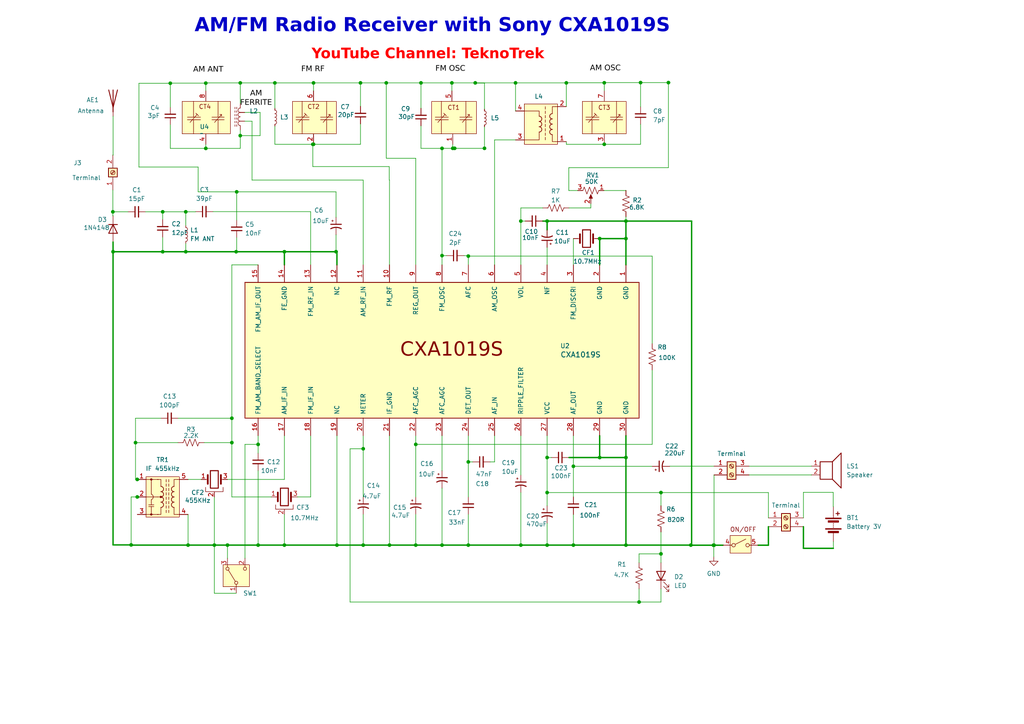
<source format=kicad_sch>
(kicad_sch (version 20231120) (generator "eeschema") (generator_version "8.0")
  (paper "A4")
  (lib_symbols
    (symbol "Add_My_Library:CXA1019S" (pin_names (offset 1.016))
      (property "Reference" "U" (at -60.452 -2.032 90))
      (property "Value" "CXA1019S" (at -60.198 6.858 90))
      (symbol "CXA1019S_1_0"
        (pin passive line (at 52.07 33.02 270) (length 5.08) (name "GND") (number "1"))
        (pin bidirectional line (at -16.51 33.02 270) (length 5.08) (name "FM_RF") (number "10"))
        (pin input line (at -24.13 33.02 270) (length 5.08) (name "AM_RF_IN") (number "11"))
        (pin free line (at -31.75 33.02 270) (length 5.08) (name "NC") (number "12"))
        (pin input line (at -39.37 33.02 270) (length 5.08) (name "FM_RF_IN") (number "13"))
        (pin free line (at -46.99 33.02 270) (length 5.08) (name "FE_GND") (number "14"))
        (pin output line (at -54.61 33.02 270) (length 5.08) (name "FM_AM_IF_OUT") (number "15"))
        (pin bidirectional line (at -54.61 -16.51 90) (length 5.08) (name "FM_AM_BAND_SELECT") (number "16"))
        (pin input line (at -46.99 -16.51 90) (length 5.08) (name "AM_IF_IN") (number "17"))
        (pin input line (at -39.37 -16.51 90) (length 5.08) (name "FM_IF_IN") (number "18"))
        (pin free line (at -31.75 -16.51 90) (length 5.08) (name "NC") (number "19"))
        (pin passive line (at 44.45 33.02 270) (length 5.08) (name "GND") (number "2"))
        (pin output line (at -24.13 -16.51 90) (length 5.08) (name "METER") (number "20"))
        (pin free line (at -16.51 -16.51 90) (length 5.08) (name "IF_GND") (number "21"))
        (pin bidirectional line (at -8.89 -16.51 90) (length 5.08) (name "AFC_AGC") (number "22"))
        (pin bidirectional line (at -1.27 -16.51 90) (length 5.08) (name "AFC_AGC") (number "23"))
        (pin output line (at 6.35 -16.51 90) (length 5.08) (name "DET_OUT") (number "24"))
        (pin input line (at 13.97 -16.51 90) (length 5.08) (name "AF_IN") (number "25"))
        (pin bidirectional line (at 21.59 -16.51 90) (length 5.08) (name "RIPPLE_FILTER") (number "26"))
        (pin passive line (at 29.21 -16.51 90) (length 5.08) (name "VCC") (number "27"))
        (pin output line (at 36.83 -16.51 90) (length 5.08) (name "AF_OUT") (number "28"))
        (pin passive line (at 44.45 -16.51 90) (length 5.08) (name "GND") (number "29"))
        (pin input line (at 36.83 33.02 270) (length 5.08) (name "FM_DISCRI") (number "3"))
        (pin passive line (at 52.07 -16.51 90) (length 5.08) (name "GND") (number "30"))
        (pin bidirectional line (at 29.21 33.02 270) (length 5.08) (name "NF") (number "4"))
        (pin bidirectional line (at 21.59 33.02 270) (length 5.08) (name "VOL") (number "5"))
        (pin bidirectional line (at 13.97 33.02 270) (length 5.08) (name "AM_OSC") (number "6"))
        (pin bidirectional line (at 6.35 33.02 270) (length 5.08) (name "AFC") (number "7"))
        (pin bidirectional line (at -1.27 33.02 270) (length 5.08) (name "FM_OSC") (number "8"))
        (pin bidirectional line (at -8.89 33.02 270) (length 5.08) (name "REG_OUT") (number "9"))
      )
      (symbol "CXA1019S_1_1"
        (text "CXA1019S" (at 1.524 8.382 0) (effects (font (size 4.064 4.064))))
      )
    )
    (symbol "Add_My_Library:L4" (pin_names hide)
      (property "Reference" "L4" (at -2.794 11.176 0))
      (property "Value" "AM OSC" (at -2.54 8.89 0))
      (symbol "L4_1_1"
        (pin passive line (at 5.08 -3.81 180) (length 2.54) (name "~") (number "1"))
        (pin passive line (at 5.08 6.35 180) (length 2.54) (name "~") (number "2"))
        (pin passive line (at -9.652 -3.302 0) (length 2.54) (name "~") (number "3"))
        (pin passive line (at -9.652 5.08 0) (length 2.54) (name "~") (number "4"))
      )
    )
    (symbol "Add_My_Library:L_Ferrite" (pin_numbers hide) (pin_names (offset 1.016) hide)
      (property "Reference" "L" (at 3.048 0.254 90))
      (property "Value" "L_Ferrite" (at 6.096 -0.508 90))
      (symbol "L_Ferrite_1_1"
        (pin passive line (at 0 3.81 270) (length 1.27) (name "1") (number "1"))
        (pin passive line (at -1.27 1.27 0) (length 1.27) (name "2") (number "2"))
        (pin passive line (at -1.27 -1.27 0) (length 1.27) (name "3") (number "3"))
        (pin passive line (at 0 -3.81 90) (length 1.27) (name "4") (number "4"))
      )
    )
    (symbol "Add_My_Library:R_Pot_Switch" (pin_names (offset 1.016) hide)
      (property "Reference" "RV" (at 0 4.445 0))
      (property "Value" "R_Pot_Switch" (at 0 2.54 0))
      (symbol "R_Pot_Switch_1_1"
        (text "ON/OFF" (at 44.196 -98.298 0) (effects (font (size 1.27 1.27))))
        (pin passive line (at 3.81 0 180) (length 1.27) (name "1") (number "1"))
        (pin passive line (at 0 -3.81 90) (length 1.27) (name "2") (number "2"))
        (pin passive line (at -3.81 0 0) (length 1.27) (name "3") (number "3"))
        (pin passive line (at 38.354 -102.87 0) (length 2.54) (name "~") (number "4"))
        (pin passive line (at 48.514 -102.87 180) (length 2.54) (name "~") (number "5"))
      )
    )
    (symbol "Add_My_Library:T1_IF_455kHz" (pin_names hide)
      (property "Reference" "TR" (at -2.794 11.176 0))
      (property "Value" "IF 455kHz" (at -2.54 8.89 0))
      (symbol "T1_IF_455kHz_1_1"
        (pin passive line (at -9.652 6.35 0) (length 2.54) (name "~") (number "1"))
        (pin passive line (at -9.652 1.27 0) (length 2.54) (name "~") (number "2"))
        (pin passive line (at -9.652 -3.81 0) (length 2.54) (name "~") (number "3"))
        (pin passive line (at 5.08 -3.81 180) (length 2.54) (name "~") (number "4"))
        (pin passive line (at 5.08 6.35 180) (length 2.54) (name "~") (number "5"))
      )
    )
    (symbol "Add_My_Library:Terminal_01x01" (pin_names (offset 1.016) hide)
      (property "Reference" "J" (at 0 2.54 0))
      (property "Value" "Terminal_01x01" (at 0 -2.54 0))
      (symbol "Terminal_01x01_1_1"
        (pin passive line (at -5.08 0 0) (length 3.81) (name "Pin_1") (number "1"))
        (pin passive line (at 5.08 0 180) (length 3.81) (name "Pin_1") (number "2"))
      )
    )
    (symbol "Add_My_Library:Terminal_1x2" (pin_names (offset 1.016) hide)
      (property "Value" "Terminal" (at 0.254 3.556 0))
      (symbol "Terminal_1x2_1_1"
        (pin passive line (at -5.08 0 0) (length 3.81) (name "~") (number "1"))
        (pin passive line (at -5.08 -2.54 0) (length 3.81) (name "~") (number "2"))
        (pin passive line (at 5.08 0 180) (length 3.81) (name "~") (number "3"))
        (pin passive line (at 5.08 -2.54 180) (length 3.81) (name "~") (number "4"))
      )
    )
    (symbol "Add_My_Library:VARYABL"
      (property "Reference" "U" (at -2.032 3.81 0))
      (symbol "VARYABL_1_0"
        (pin passive line (at 78.486 -3.048 90) (length 3) (name "~") (number "1"))
        (pin passive line (at 38.1 -3.048 90) (length 3) (name "~") (number "2"))
        (pin passive line (at 6.858 -3.048 90) (length 3) (name "~") (number "4"))
        (pin passive line (at 78.232 12.446 270) (length 3) (name "~") (number "5"))
        (pin passive line (at 38.1 12.446 270) (length 3) (name "~") (number "6"))
        (pin passive line (at 6.858 12.446 270) (length 3) (name "~") (number "8"))
        (pin power_out line (at 125.476 11.938 270) (length 2.54) hide (name "~") (number "9"))
      )
      (symbol "VARYABL_1_1"
        (text "CT1" (at 78.74 7.62 0) (effects (font (size 1.27 1.27))))
        (text "CT2" (at 38.1 7.874 0) (effects (font (size 1.27 1.27))))
        (text "CT3" (at 122.428 7.62 0) (effects (font (size 1.27 1.27))))
        (text "CT4" (at 6.604 7.874 0) (effects (font (size 1.27 1.27))))
        (pin passive line (at 122.428 -3.048 90) (length 3) (name "~") (number "3"))
        (pin passive line (at 122.428 12.446 270) (length 3) (name "~") (number "7"))
      )
    )
    (symbol "Device:Antenna" (pin_numbers hide) (pin_names (offset 1.016) hide)
      (property "Reference" "AE" (at -1.905 1.905 0))
      (property "Value" "Antenna" (at -1.905 0 0))
      (symbol "Antenna_1_1"
        (pin input line (at 0 -5.08 90) (length 2.54) (name "A") (number "1"))
      )
    )
    (symbol "Device:Battery" (pin_numbers hide) (pin_names (offset 0) hide)
      (property "Reference" "BT" (at 2.54 2.54 0))
      (property "Value" "Battery" (at 2.54 0 0))
      (symbol "Battery_1_1"
        (pin passive line (at 0 5.08 270) (length 2.54) (name "+") (number "1"))
        (pin passive line (at 0 -5.08 90) (length 2.54) (name "-") (number "2"))
      )
    )
    (symbol "Device:C_Polarized_Small_US" (pin_numbers hide) (pin_names (offset 0.254) hide)
      (property "Reference" "C" (at 0.254 1.778 0))
      (property "Value" "C_Polarized_Small_US" (at 0.254 -2.032 0))
      (symbol "C_Polarized_Small_US_1_1"
        (pin passive line (at 0 2.54 270) (length 2.032) (name "~") (number "1"))
        (pin passive line (at 0 -2.54 90) (length 2.032) (name "~") (number "2"))
      )
    )
    (symbol "Device:C_Small" (pin_numbers hide) (pin_names (offset 0.254) hide)
      (property "Reference" "C" (at 0.254 1.778 0))
      (property "Value" "C_Small" (at 0.254 -2.032 0))
      (symbol "C_Small_1_1"
        (pin passive line (at 0 2.54 270) (length 2.032) (name "~") (number "1"))
        (pin passive line (at 0 -2.54 90) (length 2.032) (name "~") (number "2"))
      )
    )
    (symbol "Device:Crystal" (pin_numbers hide) (pin_names (offset 1.016) hide)
      (property "Reference" "Y" (at 0 3.81 0))
      (property "Value" "Crystal" (at 0 -3.81 0))
      (symbol "Crystal_1_1"
        (pin passive line (at -3.81 0 0) (length 1.27) (name "1") (number "1"))
        (pin passive line (at 3.81 0 180) (length 1.27) (name "2") (number "2"))
      )
    )
    (symbol "Device:Crystal_GND2" (pin_names (offset 1.016) hide)
      (property "Reference" "Y" (at 0 5.715 0))
      (property "Value" "Crystal_GND2" (at 0 3.81 0))
      (symbol "Crystal_GND2_1_1"
        (pin passive line (at -3.81 0 0) (length 1.27) (name "1") (number "1"))
        (pin passive line (at 0 -5.08 90) (length 1.27) (name "2") (number "2"))
        (pin passive line (at 3.81 0 180) (length 1.27) (name "3") (number "3"))
      )
    )
    (symbol "Device:LED" (pin_numbers hide) (pin_names (offset 1.016) hide)
      (property "Reference" "D" (at 0 2.54 0))
      (property "Value" "LED" (at 0 -2.54 0))
      (symbol "LED_1_1"
        (pin passive line (at -3.81 0 0) (length 2.54) (name "K") (number "1"))
        (pin passive line (at 3.81 0 180) (length 2.54) (name "A") (number "2"))
      )
    )
    (symbol "Device:L_Small" (pin_numbers hide) (pin_names (offset 0.254) hide)
      (property "Reference" "L" (at 0.762 1.016 0))
      (property "Value" "L_Small" (at 0.762 -1.016 0))
      (symbol "L_Small_1_1"
        (pin passive line (at 0 2.54 270) (length 0.508) (name "~") (number "1"))
        (pin passive line (at 0 -2.54 90) (length 0.508) (name "~") (number "2"))
      )
    )
    (symbol "Device:R_US" (pin_numbers hide) (pin_names (offset 0))
      (property "Reference" "R" (at 2.54 0 90))
      (property "Value" "R_US" (at -2.54 0 90))
      (symbol "R_US_1_1"
        (pin passive line (at 0 3.81 270) (length 1.27) (name "~") (number "1"))
        (pin passive line (at 0 -3.81 90) (length 1.27) (name "~") (number "2"))
      )
    )
    (symbol "Device:Speaker" (pin_names (offset 0) hide)
      (property "Reference" "LS" (at 1.27 5.715 0))
      (property "Value" "Speaker" (at 1.27 3.81 0))
      (symbol "Speaker_1_1"
        (pin input line (at -5.08 0 0) (length 2.54) (name "1") (number "1"))
        (pin input line (at -5.08 -2.54 0) (length 2.54) (name "2") (number "2"))
      )
    )
    (symbol "Diode:1N4148" (pin_numbers hide) (pin_names hide)
      (property "Reference" "D" (at 0 2.54 0))
      (property "Value" "1N4148" (at 0 -2.54 0))
      (symbol "1N4148_1_1"
        (pin passive line (at -3.81 0 0) (length 2.54) (name "K") (number "1"))
        (pin passive line (at 3.81 0 180) (length 2.54) (name "A") (number "2"))
      )
    )
    (symbol "Switch:SW_Wuerth_450301014042" (pin_names (offset 1) hide)
      (property "Reference" "SW" (at 0 5.08 0))
      (property "Value" "SW_Wuerth_450301014042" (at 0 -5.08 0))
      (symbol "SW_Wuerth_450301014042_1_1"
        (pin passive line (at -5.08 0 0) (length 2.54) (name "B") (number "1"))
        (pin passive line (at 5.08 -2.54 180) (length 2.54) (name "C") (number "2"))
        (pin passive line (at 5.08 2.54 180) (length 2.54) (name "A") (number "3"))
      )
    )
    (symbol "Terminal_1x2_1" (pin_names (offset 1.016) hide)
      (property "Value" "Terminal" (at 0.254 3.556 0))
      (symbol "Terminal_1x2_1_1_1"
        (pin passive line (at -5.08 0 0) (length 3.81) (name "~") (number "1"))
        (pin passive line (at -5.08 -2.54 0) (length 3.81) (name "~") (number "2"))
        (pin passive line (at 5.08 0 180) (length 3.81) (name "~") (number "3"))
        (pin passive line (at 5.08 -2.54 180) (length 3.81) (name "~") (number "4"))
      )
    )
    (symbol "power:GND" (power) (pin_numbers hide) (pin_names (offset 0) hide)
      (property "Value" "GND" (at 0 -3.81 0))
      (symbol "GND_1_1"
        (pin power_in line (at 0 0 270) (length 0) (name "~") (number "1"))
      )
    )
  )
  (junction (at 149.525 24.0387))
  (junction (at 97.4646 73.0128))
  (junction (at 181.5458 158.1028))
  (junction (at 175.2609 24.007))
  (junction (at 32.7885 73.0128))
  (junction (at 166.3058 135.2428))
  (junction (at 68.4927 73.0128))
  (junction (at 74.8658 128.8928))
  (junction (at 67.2458 128.3788))
  (junction (at 158.6858 64.1228))
  (junction (at 158.6858 158.1028))
  (junction (at 128.2058 158.1028))
  (junction (at 90.9329 41.8516))
  (junction (at 137.8379 24.0387))
  (junction (at 112.0301 24.0387))
  (junction (at 173.9258 69.2028))
  (junction (at 131.3189 43.0229))
  (junction (at 38.0358 158.0474))
  (junction (at 97.7258 158.1028))
  (junction (at 53.8825 61.4341))
  (junction (at 105.3458 158.1028))
  (junction (at 69.686 39.3373))
  (junction (at 47.19 73.0128))
  (junction (at 112.9658 158.1028))
  (junction (at 59.6909 43.0428))
  (junction (at 181.5458 69.2028))
  (junction (at 54.5458 158.1028))
  (junction (at 158.6858 132.7028))
  (junction (at 65.9758 158.1028))
  (junction (at 105.3458 130.1628))
  (junction (at 207.1023 158.1305))
  (junction (at 191.7058 142.8628))
  (junction (at 39.8138 144.1328))
  (junction (at 62.1658 158.1028))
  (junction (at 181.5458 64.1228))
  (junction (at 68.6536 55.6399))
  (junction (at 200.3694 158.1028))
  (junction (at 151.0658 64.1228))
  (junction (at 74.8658 158.1028))
  (junction (at 158.6858 142.8628))
  (junction (at 191.7058 160.6428))
  (junction (at 185.7913 23.9542))
  (junction (at 128.2058 74.1401))
  (junction (at 135.8258 74.2828))
  (junction (at 131.0649 24.0387))
  (junction (at 90.9329 24.0481))
  (junction (at 79.7256 24.0481))
  (junction (at 166.3058 158.1028))
  (junction (at 181.5458 132.7028))
  (junction (at 39.8138 139.0528))
  (junction (at 82.4858 158.1028))
  (junction (at 32.7355 61.4341))
  (junction (at 90.7303 41.8516))
  (junction (at 128.2058 43.0307))
  (junction (at 185.3558 174.6128))
  (junction (at 53.8825 73.0128))
  (junction (at 120.5858 128.8928))
  (junction (at 39.3058 128.3788))
  (junction (at 82.4858 73.0128))
  (junction (at 193.8706 23.9542))
  (junction (at 151.0658 158.1028))
  (junction (at 135.8258 158.1028))
  (junction (at 67.2458 121.3059))
  (junction (at 122.0996 24.0387))
  (junction (at 131.8642 43.0229))
  (junction (at 120.5858 158.1028))
  (junction (at 207.0269 158.1305))
  (junction (at 47.19 61.4341))
  (junction (at 164.257 24.0387))
  (junction (at 135.8258 133.9728))
  (junction (at 104.5555 24.0387))
  (junction (at 49.3944 24.1509))
  (junction (at 173.9258 132.7028))
  (junction (at 59.6909 24.1116))
  (junction (at 140.5188 43.0229))
  (junction (at 206.9458 158.1305))
  (junction (at 69.686 24.0481))
  (junction (at 175.2609 41.8516))
  (wire (pts (xy 97.4646 63.0294) (xy 97.4646 55.6399)))
  (wire (pts (xy 158.6858 132.7028) (xy 158.6858 142.8628)))
  (wire (pts (xy 135.8258 74.1401) (xy 135.8258 74.2828)))
  (wire (pts (xy 189.1658 128.8928) (xy 120.5858 128.8928)))
  (wire (pts (xy 131.0649 24.0207) (xy 131.0535 24.0207)))
  (wire (pts (xy 79.7256 24.0481) (xy 90.9329 24.0481)))
  (wire (pts (xy 51.7157 121.3059) (xy 67.2458 121.3059)))
  (wire (pts (xy 164.9758 48.6278) (xy 164.9758 55.2605)))
  (wire (pts (xy 135.8258 133.9728) (xy 137.0958 133.9728)))
  (wire (pts (xy 200.5958 64.1228) (xy 200.5958 158.1028)) (stroke (width 0.4)))
  (wire (pts (xy 65.9758 139.0528) (xy 82.4858 139.0528)))
  (wire (pts (xy 97.7258 73.0128) (xy 97.4646 73.0128)) (stroke (width 0.4)))
  (wire (pts (xy 164.257 24.007) (xy 175.2609 24.007)))
  (wire (pts (xy 181.5458 69.2028) (xy 173.9258 69.2028)) (stroke (width 0.4)))
  (wire (pts (xy 49.3944 43.0428) (xy 59.6909 43.0428)))
  (wire (pts (xy 65.9758 158.1028) (xy 65.9758 161.9128)))
  (wire (pts (xy 112.0301 45.9028) (xy 112.0301 24.0387)))
  (wire (pts (xy 47.19 61.4341) (xy 53.8825 61.4341)))
  (wire (pts (xy 185.3558 174.6128) (xy 185.3558 170.8028)))
  (wire (pts (xy 38.0358 158.1028) (xy 54.5458 158.1028)) (stroke (width 0.4)))
  (wire (pts (xy 105.3458 126.3528) (xy 105.3458 130.1628)))
  (wire (pts (xy 82.4858 139.0528) (xy 82.4858 126.3528)))
  (wire (pts (xy 69.686 24.0481) (xy 79.7256 24.0481)))
  (wire (pts (xy 90.9329 26.3576) (xy 90.9329 24.0481)))
  (wire (pts (xy 166.3058 126.3528) (xy 166.3058 135.2428)))
  (wire (pts (xy 32.8032 33.7083) (xy 32.8032 44.9618)))
  (wire (pts (xy 75.443 32.6075) (xy 75.443 39.3373)))
  (wire (pts (xy 74.8658 136.5128) (xy 74.8658 158.1028)))
  (wire (pts (xy 128.2058 43.0229) (xy 131.3189 43.0229)))
  (wire (pts (xy 73.1015 35.1475) (xy 73.1015 52.2305)))
  (wire (pts (xy 137.8379 24.0818) (xy 140.5188 24.0818)))
  (wire (pts (xy 74.8658 158.1028) (xy 82.4858 158.1028)) (stroke (width 0.4)))
  (wire (pts (xy 67.2458 76.8228) (xy 67.2458 121.3059)))
  (wire (pts (xy 97.4646 73.0128) (xy 97.7258 73.0128)))
  (wire (pts (xy 152.3358 64.1228) (xy 151.0658 64.1228)))
  (wire (pts (xy 65.9758 158.1028) (xy 74.8658 158.1028)) (stroke (width 0.4)))
  (wire (pts (xy 233.0304 159.0396) (xy 241.709 159.0396)) (stroke (width 0.4)))
  (wire (pts (xy 59.6909 43.0428) (xy 59.6909 41.8516)))
  (wire (pts (xy 128.2058 141.5928) (xy 128.2058 158.1028)))
  (wire (pts (xy 68.5158 172.0728) (xy 62.1658 172.0728)))
  (wire (pts (xy 206.9458 158.1305) (xy 206.9458 158.1028)))
  (wire (pts (xy 40.2997 48.4506) (xy 40.2997 24.1509)))
  (wire (pts (xy 131.3189 43.0229) (xy 131.8642 43.0229)))
  (wire (pts (xy 149.525 24.0387) (xy 164.257 24.0387)))
  (wire (pts (xy 49.3944 36.1764) (xy 49.3944 43.0428)))
  (wire (pts (xy 131.8642 43.0229) (xy 140.5188 43.0229)))
  (wire (pts (xy 200.3694 158.1305) (xy 206.9458 158.1305)) (stroke (width 0.4)))
  (wire (pts (xy 54.5458 139.0528) (xy 58.3558 139.0528)))
  (wire (pts (xy 193.8706 23.9542) (xy 194.38 23.9542)))
  (wire (pts (xy 69.686 24.0481) (xy 69.686 30.0675)))
  (wire (pts (xy 69.686 37.6875) (xy 69.686 39.3373)))
  (wire (pts (xy 112.9658 126.3528) (xy 112.9658 158.1028)))
  (wire (pts (xy 49.3944 24.1509) (xy 49.3944 24.1116)))
  (wire (pts (xy 164.9758 48.6278) (xy 193.8706 48.6278)))
  (wire (pts (xy 70.956 32.6075) (xy 75.443 32.6075)))
  (wire (pts (xy 164.257 41.8516) (xy 164.257 41.0846)))
  (wire (pts (xy 70.956 35.1475) (xy 73.1015 35.1475)))
  (wire (pts (xy 189.1658 74.2828) (xy 135.8258 74.2828)))
  (wire (pts (xy 173.9258 126.3528) (xy 173.9258 132.7028)) (stroke (width 0.4)))
  (wire (pts (xy 134.5896 74.1401) (xy 135.8258 74.1401)))
  (wire (pts (xy 173.9258 132.7028) (xy 181.5458 132.7028)) (stroke (width 0.4)))
  (wire (pts (xy 158.6858 142.8628) (xy 158.6858 146.6728)))
  (wire (pts (xy 53.8825 73.0128) (xy 68.4927 73.0128)) (stroke (width 0.4)))
  (wire (pts (xy 233.0304 142.8036) (xy 233.0304 150.2168)))
  (wire (pts (xy 68.6536 68.9142) (xy 68.6536 72.7051)))
  (wire (pts (xy 90.9329 41.8516) (xy 104.5555 41.8516)))
  (wire (pts (xy 122.0996 31.4122) (xy 122.0996 24.0387)))
  (wire (pts (xy 39.3058 139.0528) (xy 39.8138 139.0528)))
  (wire (pts (xy 143.4458 76.8228) (xy 143.4458 40.5766)))
  (wire (pts (xy 67.2458 121.3059) (xy 67.2458 128.3788)))
  (wire (pts (xy 38.0358 144.1328) (xy 38.0358 158.0474)))
  (wire (pts (xy 164.257 41.8516) (xy 175.2609 41.8516)))
  (wire (pts (xy 56.7077 61.4341) (xy 56.7077 61.3865)))
  (wire (pts (xy 75.443 39.3373) (xy 69.686 39.3373)))
  (wire (pts (xy 140.5188 43.0229) (xy 140.5188 43.0435)))
  (wire (pts (xy 79.7256 41.8516) (xy 90.7303 41.8516)))
  (wire (pts (xy 53.8825 61.4341) (xy 53.8825 65.4684)))
  (wire (pts (xy 217.2623 135.2124) (xy 235.3347 135.2124)))
  (wire (pts (xy 122.0996 24.0387) (xy 131.0649 24.0387)))
  (wire (pts (xy 181.5458 76.8228) (xy 181.5458 69.2028)) (stroke (width 0.4)))
  (wire (pts (xy 122.0996 43.0307) (xy 128.2058 43.0307)))
  (wire (pts (xy 181.5458 69.2028) (xy 181.5458 64.1228)) (stroke (width 0.4)))
  (wire (pts (xy 42.2122 61.4341) (xy 47.19 61.4341)))
  (wire (pts (xy 57.4682 48.4506) (xy 40.2997 48.4506)))
  (wire (pts (xy 69.686 39.3373) (xy 69.686 43.0428)))
  (wire (pts (xy 112.8945 48.3126) (xy 112.8945 52.2187)))
  (wire (pts (xy 135.8258 149.2128) (xy 135.8258 158.1028)))
  (wire (pts (xy 86.2958 144.1328) (xy 90.1058 144.1328)))
  (wire (pts (xy 68.6536 55.6399) (xy 57.4682 55.6399)))
  (wire (pts (xy 67.2458 128.3788) (xy 67.2458 144.1328)))
  (wire (pts (xy 59.6909 24.0481) (xy 69.686 24.0481)))
  (wire (pts (xy 59.6909 43.0428) (xy 69.686 43.0428)))
  (wire (pts (xy 135.8258 158.1028) (xy 151.0658 158.1028)) (stroke (width 0.4)))
  (wire (pts (xy 241.6641 146.9333) (xy 241.709 146.9333)))
  (wire (pts (xy 90.9329 24.0387) (xy 104.5555 24.0387)))
  (wire (pts (xy 82.4858 73.0128) (xy 82.4858 76.8228)) (stroke (width 0.4)))
  (wire (pts (xy 166.3058 69.2028) (xy 166.3058 76.8228)))
  (wire (pts (xy 166.3058 158.1028) (xy 158.6858 158.1028)) (stroke (width 0.4)))
  (wire (pts (xy 40.5758 144.1328) (xy 39.8138 144.1328)))
  (wire (pts (xy 32.7885 73.0128) (xy 32.7885 158.0474)) (stroke (width 0.4)))
  (wire (pts (xy 68.6536 55.6399) (xy 68.6536 63.8342)))
  (wire (pts (xy 166.3058 135.2428) (xy 189.1658 135.2428)))
  (wire (pts (xy 47.19 61.4341) (xy 47.19 63.6893)))
  (wire (pts (xy 200.3694 158.1305) (xy 200.3694 158.1028)))
  (wire (pts (xy 171.3615 60.3128) (xy 171.3615 59.0705)))
  (wire (pts (xy 54.5458 149.2128) (xy 54.5458 158.1028)))
  (wire (pts (xy 122.0996 36.4922) (xy 122.0996 43.0307)))
  (wire (pts (xy 137.8379 24.0818) (xy 137.8475 24.0818)) (stroke (width 0) (type dot)))
  (wire (pts (xy 185.3558 160.6428) (xy 185.3558 163.1828)))
  (wire (pts (xy 233.0304 152.7568) (xy 233.0304 159.0396)) (stroke (width 0.4)))
  (wire (pts (xy 101.5358 130.1628) (xy 101.5358 174.6128)))
  (wire (pts (xy 104.5555 41.8516) (xy 104.5555 35.9284)))
  (wire (pts (xy 175.2609 23.9542) (xy 185.7913 23.9542)))
  (wire (pts (xy 71.0558 128.8928) (xy 71.0558 161.9128)))
  (wire (pts (xy 175.2609 26.3576) (xy 175.2609 24.007)))
  (wire (pts (xy 105.3458 130.1628) (xy 101.5358 130.1628)))
  (wire (pts (xy 135.8258 74.2828) (xy 135.8258 76.8228)))
  (wire (pts (xy 222.8704 142.8628) (xy 191.7058 142.8628)))
  (wire (pts (xy 185.7913 30.98) (xy 185.7913 23.9542)))
  (wire (pts (xy 135.8258 126.3528) (xy 135.8258 133.9728)))
  (wire (pts (xy 159.9558 132.7028) (xy 158.6858 132.7028)))
  (wire (pts (xy 128.2058 74.1401) (xy 128.2058 76.8228)))
  (wire (pts (xy 105.3458 52.2305) (xy 105.3458 76.8228)))
  (wire (pts (xy 207.1023 135.2124) (xy 194.2458 135.2124)))
  (wire (pts (xy 233.0304 142.8036) (xy 241.6641 142.8036)))
  (wire (pts (xy 207.0269 161.4997) (xy 207.0269 158.1305)))
  (wire (pts (xy 97.7258 158.1028) (xy 105.3458 158.1028)) (stroke (width 0.4)))
  (wire (pts (xy 97.7258 76.8228) (xy 97.7258 73.0128)) (stroke (width 0.4)))
  (wire (pts (xy 90.7303 41.8516) (xy 90.9329 41.8516)))
  (wire (pts (xy 47.19 68.7693) (xy 47.19 73.0128)))
  (wire (pts (xy 68.6536 72.7051) (xy 68.4927 72.7051)))
  (wire (pts (xy 39.3058 128.3788) (xy 39.3058 139.0528)))
  (wire (pts (xy 32.7885 70.2088) (xy 32.7885 73.0128)) (stroke (width 0.4)))
  (wire (pts (xy 128.2058 43.0229) (xy 128.2058 43.0307)))
  (wire (pts (xy 143.4458 133.9728) (xy 143.4458 126.3528)))
  (wire (pts (xy 90.7303 48.3126) (xy 90.7303 41.8516)))
  (wire (pts (xy 105.3458 158.1028) (xy 112.9658 158.1028)) (stroke (width 0.4)))
  (wire (pts (xy 79.7256 36.5341) (xy 79.7256 41.8516)))
  (wire (pts (xy 157.4158 64.1228) (xy 158.6858 64.1228)) (stroke (width 0.4)))
  (wire (pts (xy 151.0658 142.8628) (xy 151.0658 158.1028)))
  (wire (pts (xy 39.3058 128.3788) (xy 51.6198 128.3788)))
  (wire (pts (xy 181.5458 62.8528) (xy 181.5458 64.1228)))
  (wire (pts (xy 137.8379 24.0387) (xy 149.525 24.0387)))
  (wire (pts (xy 49.3944 24.1116) (xy 59.6909 24.1116)))
  (wire (pts (xy 32.7885 158.0474) (xy 38.0358 158.0474)) (stroke (width 0.4)))
  (wire (pts (xy 68.4927 72.7051) (xy 68.4927 73.0128)))
  (wire (pts (xy 128.2058 158.1028) (xy 135.8258 158.1028)) (stroke (width 0.4)))
  (wire (pts (xy 32.7355 62.5888) (xy 32.7885 62.5888)))
  (wire (pts (xy 73.1015 52.2305) (xy 105.3458 52.2305)))
  (wire (pts (xy 142.1758 133.9728) (xy 143.4458 133.9728)))
  (wire (pts (xy 97.4646 73.0128) (xy 82.4858 73.0128)) (stroke (width 0.4)))
  (wire (pts (xy 90.7303 48.3126) (xy 112.8945 48.3126)))
  (wire (pts (xy 173.9258 69.2028) (xy 173.9258 76.8228)) (stroke (width 0.4)))
  (wire (pts (xy 167.5515 55.2605) (xy 164.9758 55.2605)))
  (wire (pts (xy 217.2623 137.7524) (xy 235.3347 137.7524)))
  (wire (pts (xy 62.1658 144.1328) (xy 62.1658 158.1028)))
  (wire (pts (xy 143.4458 40.5766) (xy 149.525 40.5766)))
  (wire (pts (xy 90.1058 76.8228) (xy 90.1058 61.3865)))
  (wire (pts (xy 207.0269 158.1305) (xy 207.1023 158.1305)))
  (wire (pts (xy 62.1658 172.0728) (xy 62.1658 158.1028)))
  (wire (pts (xy 82.4858 158.1028) (xy 97.7258 158.1028)) (stroke (width 0.4)))
  (wire (pts (xy 128.2058 43.0307) (xy 128.2058 74.1401)))
  (wire (pts (xy 47.19 73.0128) (xy 53.8825 73.0128)) (stroke (width 0.4)))
  (wire (pts (xy 39.8138 139.0528) (xy 40.5758 139.0528)))
  (wire (pts (xy 158.6858 142.8628) (xy 191.7058 142.8628)))
  (wire (pts (xy 105.3458 130.1628) (xy 105.3458 144.1328)))
  (wire (pts (xy 191.7058 174.6128) (xy 185.3558 174.6128)))
  (wire (pts (xy 101.5358 174.6128) (xy 185.3558 174.6128)))
  (wire (pts (xy 191.7058 170.8028) (xy 191.7058 174.6128)))
  (wire (pts (xy 219.8755 158.1305) (xy 222.8704 158.1305)) (stroke (width 0.4)))
  (wire (pts (xy 175.1715 55.2605) (xy 181.5458 55.2605)))
  (wire (pts (xy 151.0658 64.1228) (xy 151.0658 76.8228)))
  (wire (pts (xy 164.257 30.9246) (xy 164.257 24.0387)))
  (wire (pts (xy 131.0649 24.0387) (xy 137.8379 24.0387)))
  (wire (pts (xy 158.6858 126.3528) (xy 158.6858 132.7028)))
  (wire (pts (xy 185.7913 23.9542) (xy 193.8706 23.9542)))
  (wire (pts (xy 181.5458 158.1028) (xy 200.3694 158.1028)) (stroke (width 0.4)))
  (wire (pts (xy 131.3189 41.8516) (xy 131.3189 43.0229)))
  (wire (pts (xy 97.7258 126.3528) (xy 97.7258 158.1028)))
  (wire (pts (xy 158.6858 64.1228) (xy 158.6858 66.6628)) (stroke (width 0.4)))
  (wire (pts (xy 200.3694 158.1028) (xy 200.5958 158.1028)))
  (wire (pts (xy 90.9329 24.0481) (xy 90.9329 24.0387)))
  (wire (pts (xy 47.19 73.0128) (xy 47.19 72.8478)) (stroke (width 0.4)))
  (wire (pts (xy 37.1322 61.4341) (xy 32.7355 61.4341)))
  (wire (pts (xy 175.2609 23.9542) (xy 175.2609 24.007)))
  (wire (pts (xy 59.6909 26.3576) (xy 59.6909 24.1116)))
  (wire (pts (xy 166.3058 135.2428) (xy 166.3058 144.1328)))
  (wire (pts (xy 191.7058 142.8628) (xy 191.7058 146.6728)))
  (wire (pts (xy 222.8704 150.2168) (xy 222.8704 142.8628)))
  (wire (pts (xy 165.0358 60.3128) (xy 171.3615 60.3128)))
  (wire (pts (xy 90.1058 61.3865) (xy 61.7877 61.3865)))
  (wire (pts (xy 241.6641 142.8036) (xy 241.6641 146.9333)))
  (wire (pts (xy 53.8825 70.5484) (xy 53.8825 73.0128)))
  (wire (pts (xy 151.0658 158.1028) (xy 158.6858 158.1028)) (stroke (width 0.4)))
  (wire (pts (xy 54.5458 158.1028) (xy 62.1658 158.1028)) (stroke (width 0.4)))
  (wire (pts (xy 40.2997 24.1509) (xy 49.3944 24.1509)))
  (wire (pts (xy 181.5458 64.1228) (xy 200.5958 64.1228)) (stroke (width 0.4)))
  (wire (pts (xy 131.8642 43.0307) (xy 131.8642 43.0229)))
  (wire (pts (xy 151.0658 126.3528) (xy 151.0658 137.7828)))
  (wire (pts (xy 194.2458 135.2124) (xy 194.2458 135.2428)))
  (wire (pts (xy 181.5458 132.7028) (xy 181.5458 158.1028)) (stroke (width 0.4)))
  (wire (pts (xy 135.8258 133.9728) (xy 135.8258 144.1328)))
  (wire (pts (xy 151.0658 60.3128) (xy 151.0658 64.1228)))
  (wire (pts (xy 207.1023 137.7524) (xy 207.1023 158.1305)))
  (wire (pts (xy 181.5458 64.1228) (xy 158.6858 64.1228)) (stroke (width 0.4)))
  (wire (pts (xy 137.8379 24.0818) (xy 137.8379 24.0387)))
  (wire (pts (xy 235.3347 137.7524) (xy 235.3347 137.7378)))
  (wire (pts (xy 158.6858 71.7428) (xy 158.6858 76.8228)))
  (wire (pts (xy 112.0301 45.9028) (xy 120.5858 45.9028)))
  (wire (pts (xy 206.9458 158.1305) (xy 207.0269 158.1305)))
  (wire (pts (xy 149.525 32.1946) (xy 149.525 24.0387)))
  (wire (pts (xy 68.4927 73.0128) (xy 82.4858 73.0128)) (stroke (width 0.4)))
  (wire (pts (xy 49.3944 31.0964) (xy 49.3944 24.1509)))
  (wire (pts (xy 241.709 159.0396) (xy 241.709 157.0933)))
  (wire (pts (xy 105.3458 149.2128) (xy 105.3458 158.1028)))
  (wire (pts (xy 235.3347 135.2124) (xy 235.3347 135.1978)))
  (wire (pts (xy 71.0558 128.8928) (xy 74.8658 128.8928)))
  (wire (pts (xy 32.8032 44.9618) (xy 32.7355 44.9618)))
  (wire (pts (xy 68.6536 55.6399) (xy 97.4646 55.6399)))
  (wire (pts (xy 59.6909 24.1116) (xy 59.6909 24.0481)))
  (wire (pts (xy 82.4858 149.2128) (xy 82.4858 158.1028)))
  (wire (pts (xy 90.1058 144.1328) (xy 90.1058 126.3528)))
  (wire (pts (xy 53.8825 61.4341) (xy 56.7077 61.4341)))
  (wire (pts (xy 62.1658 158.1028) (xy 65.9758 158.1028)) (stroke (width 0.4)))
  (wire (pts (xy 158.6858 158.1028) (xy 158.6858 151.7528)))
  (wire (pts (xy 38.0358 158.0474) (xy 38.0358 158.1028)))
  (wire (pts (xy 193.8706 48.6278) (xy 193.8706 23.9542)))
  (wire (pts (xy 164.257 24.0387) (xy 164.257 24.007)))
  (wire (pts (xy 128.2058 126.3528) (xy 128.2058 136.5128)))
  (wire (pts (xy 104.5555 24.0387) (xy 112.0301 24.0387)))
  (wire (pts (xy 181.5458 55.2605) (xy 181.5458 55.2328)))
  (wire (pts (xy 59.2398 128.3788) (xy 67.2458 128.3788)))
  (wire (pts (xy 157.4158 60.3128) (xy 151.0658 60.3128)))
  (wire (pts (xy 112.0301 24.0387) (xy 122.0996 24.0387)))
  (wire (pts (xy 57.4682 55.6399) (xy 57.4682 48.4506)))
  (wire (pts (xy 175.2609 41.8516) (xy 185.7913 41.8516)))
  (wire (pts (xy 120.5858 126.3528) (xy 120.5858 128.8928)))
  (wire (pts (xy 191.7058 160.6428) (xy 191.7058 163.1828)))
  (wire (pts (xy 97.4646 68.1094) (xy 97.4646 73.0128)))
  (wire (pts (xy 165.0358 132.7028) (xy 173.9258 132.7028)) (stroke (width 0.4)))
  (wire (pts (xy 32.7355 55.1218) (xy 32.7355 61.4341)))
  (wire (pts (xy 74.8658 126.3528) (xy 74.8658 128.8928)))
  (wire (pts (xy 32.7355 61.4341) (xy 32.7355 62.5888)))
  (wire (pts (xy 39.8138 144.1328) (xy 38.0358 144.1328)))
  (wire (pts (xy 112.9658 52.2187) (xy 112.9658 76.8228)))
  (wire (pts (xy 191.7058 154.2928) (xy 191.7058 160.6428)))
  (wire (pts (xy 140.5188 31.6781) (xy 140.5188 24.0818)))
  (wire (pts (xy 74.8658 128.8928) (xy 74.8658 131.4328)))
  (wire (pts (xy 39.3058 128.3788) (xy 39.3058 121.3059)))
  (wire (pts (xy 78.6758 144.1328) (xy 67.2458 144.1328)))
  (wire (pts (xy 131.0649 26.3576) (xy 131.0649 24.0387)))
  (wire (pts (xy 185.3558 160.6428) (xy 191.7058 160.6428)))
  (wire (pts (xy 120.5858 45.9028) (xy 120.5858 76.8228)))
  (wire (pts (xy 181.5458 158.1028) (xy 166.3058 158.1028)) (stroke (width 0.4)))
  (wire (pts (xy 185.7913 41.8516) (xy 185.7913 36.06)))
  (wire (pts (xy 120.5858 149.2128) (xy 120.5858 158.1028)))
  (wire (pts (xy 120.5858 128.8928) (xy 120.5858 144.1328)))
  (wire (pts (xy 222.8704 158.1305) (xy 222.8704 152.7568)) (stroke (width 0.4)))
  (wire (pts (xy 207.1023 158.1305) (xy 209.7155 158.1305)) (stroke (width 0.4)))
  (wire (pts (xy 140.5188 36.7581) (xy 140.5188 43.0229)))
  (wire (pts (xy 181.5458 126.3528) (xy 181.5458 132.7028)) (stroke (width 0.4)))
  (wire (pts (xy 112.9658 158.1028) (xy 120.5858 158.1028)) (stroke (width 0.4)))
  (wire (pts (xy 120.5858 158.1028) (xy 128.2058 158.1028)) (stroke (width 0.4)))
  (wire (pts (xy 32.7885 73.0128) (xy 47.19 73.0128)) (stroke (width 0.4)))
  (wire (pts (xy 112.8945 52.2187) (xy 112.9658 52.2187)))
  (wire (pts (xy 189.1658 99.6828) (xy 189.1658 74.2828)))
  (wire (pts (xy 67.2458 76.8228) (xy 74.8658 76.8228)))
  (wire (pts (xy 79.7256 24.0481) (xy 79.7256 31.4541)))
  (wire (pts (xy 129.5096 74.1401) (xy 128.2058 74.1401)))
  (wire (pts (xy 189.1658 107.3028) (xy 189.1658 128.8928)))
  (wire (pts (xy 104.5555 30.8484) (xy 104.5555 24.0387)))
  (wire (pts (xy 166.3058 149.2128) (xy 166.3058 158.1028)))
  (wire (pts (xy 39.3058 121.3059) (xy 46.6357 121.3059)))
  (text "AM\nFERRITE" (at 74.2729 29.0416 0) (effects (font (size 1.6 1.6))))
  (text "FM RF" (at 90.7549 20.6377 0) (effects (font (size 1.6 1.6))))
  (text "YouTube Channel: TeknoTrek" (at 124.1155 16.6461 0) (effects (font (size 3 3) (thickness 0.44) (bold yes))))
  (text "AM/FM Radio Receiver with Sony CXA1019S" (at 125.3954 8.6468 0) (effects (font (size 4 4) (thickness 0.5) (bold yes))))
  (text "AM OSC" (at 175.5753 20.3771 0) (effects (font (size 1.6 1.6))))
  (text "FM OSC" (at 130.6244 20.5074 0) (effects (font (size 1.6 1.6))))
  (text "AM ANT" (at 60.3967 20.768 0) (effects (font (size 1.6 1.6))))
  (symbol (lib_id "Device:C_Polarized_Small_US") (at 120.5858 146.6728 0) (unit 1)
    (property "Reference" "C15" (at 113.9818 147.1808 0) (effects (justify left)))
    (property "Value" "4.7uF" (at 113.4738 149.4668 0) (effects (justify left)))
    (property "Footprint" "Add_My_Library:4_7uF_Capasitor" (effects (hide yes)))
    (property "Description" "Polarized capacitor, small US symbol" (effects (hide yes)))
  )
  (symbol (lib_id "Device:C_Polarized_Small_US") (at 191.7058 135.2428 90) (unit 1)
    (property "Reference" "C22" (at 196.7858 129.4008 90) (effects (justify left)))
    (property "Value" "220uF" (at 198.8178 131.4328 90) (effects (justify left)))
    (property "Footprint" "Add_My_Library:220uF_Capasitor" (effects (hide yes)))
    (property "Description" "Polarized capacitor, small US symbol" (effects (hide yes)))
  )
  (symbol (lib_id "Device:Speaker") (at 240.4147 135.1978 0) (unit 1)
    (property "Reference" "LS1" (at 245.4947 135.1977 0) (effects (justify left)))
    (property "Value" "Speaker" (at 245.4947 137.7377 0) (effects (justify left)))
    (property "Description" "Speaker" (effects (hide yes)))
  )
  (symbol (lib_id "Device:C_Small") (at 49.1757 121.3059 90) (unit 1)
    (property "Reference" "C13" (at 49.182 114.9559 90))
    (property "Value" "100pF" (at 49.182 117.4959 90))
    (property "Footprint" "Add_My_Library:Standart_pF_Capasitor" (effects (hide yes)))
    (property "Description" "Unpolarized capacitor, small symbol" (effects (hide yes)))
  )
  (symbol (lib_id "Device:R_US") (at 185.3558 166.9928 0) (unit 1)
    (property "Reference" "R1" (at 179.0058 163.6908 0) (effects (justify left)))
    (property "Value" "4.7K" (at 177.9898 166.7388 0) (effects (justify left)))
    (property "Footprint" "Resistor_THT:R_Axial_DIN0207_L6.3mm_D2.5mm_P10.16mm_Horizontal" (effects (hide yes)))
    (property "Description" "Resistor, US symbol" (effects (hide yes)))
  )
  (symbol (lib_id "Device:C_Polarized_Small_US") (at 151.0658 140.3228 0) (unit 1)
    (property "Reference" "C19" (at 145.4778 134.2268 0) (effects (justify left)))
    (property "Value" "10uF" (at 145.4778 136.7668 0) (effects (justify left)))
    (property "Footprint" "Add_My_Library:10uF_Capasitor" (effects (hide yes)))
    (property "Description" "Polarized capacitor, small US symbol" (effects (hide yes)))
  )
  (symbol (lib_id "Device:C_Small") (at 162.4958 132.7028 270) (unit 1)
    (property "Reference" "C23" (at 162.7498 135.7508 90))
    (property "Value" "100nF" (at 162.7498 138.0368 90))
    (property "Footprint" "Add_My_Library:100nF_Capasitor" (effects (hide yes)))
    (property "Description" "Unpolarized capacitor, small symbol" (effects (hide yes)))
  )
  (symbol (lib_id "Switch:SW_Wuerth_450301014042") (at 68.5158 166.9928 90) (unit 1)
    (property "Reference" "SW1" (at 74.6118 172.0728 90) (effects (justify left)))
    (property "Value" "SW_Wuerth_450301014042" (effects (hide yes)))
    (property "Footprint" "Add_My_Library:SW_Slide" (effects (hide yes)))
    (property "Datasheet" "https://www.we-online.com/components/products/datasheet/450301014042.pdf" (effects (hide yes)))
    (property "Description" "Switch slide, single pole double throw" (effects (hide yes)))
  )
  (symbol (lib_id "Device:C_Small") (at 49.3944 33.6364 180) (unit 1)
    (property "Reference" "C4" (at 43.5762 31.2518 0) (effects (justify right)))
    (property "Value" "3pF" (at 42.7654 33.541 0) (effects (justify right)))
    (property "Footprint" "Add_My_Library:Standart_pF_Capasitor" (effects (hide yes)))
    (property "Description" "Unpolarized capacitor, small symbol" (effects (hide yes)))
  )
  (symbol (lib_id "Add_My_Library:Terminal_01x01") (at 32.7355 50.0418 90) (unit 1)
    (property "Reference" "J3" (at 21.2991 47.2462 90) (effects (justify right)))
    (property "Value" "Terminal" (at 20.9178 51.5666 90) (effects (justify right)))
    (property "Footprint" "Connector_PinHeader_2.54mm:PinHeader_1x01_P2.54mm_Vertical" (effects (hide yes)))
    (property "Description" "Generic screw terminal, single row, 01x01, script generated (kicad-library-utils/schlib/autogen/connector/)" (effects (hide yes)))
  )
  (symbol (lib_id "Device:R_US") (at 181.5458 59.0428 0) (unit 1)
    (property "Reference" "R2" (at 183.4747 58.0707 0) (effects (justify left)))
    (property "Value" "6.8K" (at 182.445 60.1301 0) (effects (justify left)))
    (property "Footprint" "Resistor_THT:R_Axial_DIN0207_L6.3mm_D2.5mm_P10.16mm_Horizontal" (effects (hide yes)))
    (property "Description" "Resistor, US symbol" (effects (hide yes)))
  )
  (symbol (lib_id "Device:Antenna") (at 32.8032 28.6283 0) (unit 1)
    (property "Reference" "AE1" (at 25.0506 28.9728 0) (effects (justify left)))
    (property "Value" "Antenna" (at 22.5091 32.1496 0) (effects (justify left)))
    (property "Description" "Antenna" (effects (hide yes)))
  )
  (symbol (lib_name "Terminal_1x2_1") (lib_id "Add_My_Library:Terminal_1x2") (at 212.1823 135.2124 0) (unit 1)
    (property "Reference" "J1" (effects (hide yes)))
    (property "Value" "Terminal" (at 212.1823 131.5628 0))
    (property "Footprint" "Connector_PinHeader_2.54mm:PinHeader_1x02_P2.54mm_Vertical" (effects (hide yes)))
    (property "Description" "Generic screw terminal, single row, 01x02, script generated (kicad-library-utils/schlib/autogen/connector/)" (effects (hide yes)))
  )
  (symbol (lib_id "Device:C_Small") (at 59.2477 61.3865 90) (unit 1)
    (property "Reference" "C3" (at 59.254 55.0365 90))
    (property "Value" "39pF" (at 59.254 57.5765 90))
    (property "Footprint" "Add_My_Library:39pF_Capasitor" (effects (hide yes)))
    (property "Description" "Unpolarized capacitor, small symbol" (effects (hide yes)))
  )
  (symbol (lib_id "Device:C_Polarized_Small_US") (at 158.6858 69.2028 180) (unit 1)
    (property "Reference" "C11" (at 165.0358 67.4248 0) (effects (justify left)))
    (property "Value" "10uF" (at 165.5438 69.9648 0) (effects (justify left)))
    (property "Footprint" "Add_My_Library:10uF_Capasitor" (effects (hide yes)))
    (property "Description" "Polarized capacitor, small US symbol" (effects (hide yes)))
  )
  (symbol (lib_id "Device:R_US") (at 191.7058 150.4828 0) (unit 1)
    (property "Reference" "R6" (at 193.2298 147.6888 0) (effects (justify left)))
    (property "Value" "820R" (at 193.4838 150.7368 0) (effects (justify left)))
    (property "Footprint" "Resistor_THT:R_Axial_DIN0207_L6.3mm_D2.5mm_P10.16mm_Horizontal" (effects (hide yes)))
    (property "Description" "Resistor, US symbol" (effects (hide yes)))
  )
  (symbol (lib_id "power:GND") (at 207.0269 161.4997 0) (unit 1)
    (property "Reference" "#PWR01" (effects (hide yes)))
    (property "Value" "GND" (at 207.0269 166.37 0))
    (property "Description" "Power symbol creates a global label with name \"GND\" , ground" (effects (hide yes)))
  )
  (symbol (lib_id "Device:R_US") (at 189.1658 103.4928 0) (unit 1)
    (property "Reference" "R8" (at 190.6898 100.6988 0) (effects (justify left)))
    (property "Value" "100K" (at 190.9438 103.7468 0) (effects (justify left)))
    (property "Footprint" "Resistor_THT:R_Axial_DIN0207_L6.3mm_D2.5mm_P10.16mm_Horizontal" (effects (hide yes)))
    (property "Description" "Resistor, US symbol" (effects (hide yes)))
  )
  (symbol (lib_id "Diode:1N4148") (at 32.7885 66.3988 270) (unit 1)
    (property "Reference" "D3" (at 28.3374 63.6911 90) (effects (justify left)))
    (property "Value" "1N4148" (at 24.2043 66.0439 90) (effects (justify left)))
    (property "Footprint" "Diode_THT:D_DO-35_SOD27_P7.62mm_Horizontal" (effects (hide yes)))
    (property "Datasheet" "https://assets.nexperia.com/documents/data-sheet/1N4148_1N4448.pdf" (effects (hide yes)))
    (property "Description" "100V 0.15A standard switching diode, DO-35" (effects (hide yes)))
    (property "Sim.Device" "D" (effects (hide yes)))
    (property "Sim.Pins" "1=K 2=A" (effects (hide yes)))
  )
  (symbol (lib_id "Add_My_Library:CXA1019S") (at 129.4758 109.8428 0) (unit 1)
    (property "Reference" "U2" (at 162.4958 100.3177 0) (effects (font (thickness 0.1588)) (justify left)))
    (property "Value" "CXA1019S" (at 162.4958 102.8577 0) (effects (font (size 1.524 1.524) (thickness 0.1905)) (justify left)))
    (property "Footprint" "Add_My_Library:SDIP-30_W11.43mm" (effects (hide yes)))
    (property "Datasheet" "http://www.intersil.com/content/dam/Intersil/documents/cd40/cd4017bms-22bms.pdf" (effects (hide yes)))
    (property "Description" "Johnson Counter ( 10 outputs )" (effects (hide yes)))
  )
  (symbol (lib_id "Device:L_Small") (at 53.8825 68.0084 0) (unit 1)
    (property "Reference" "L1" (at 55.1525 66.7383 0) (effects (justify left)))
    (property "Value" "FM ANT" (at 55.1525 69.2783 0) (effects (justify left)))
    (property "Footprint" "Add_My_Library:L1" (effects (hide yes)))
    (property "Description" "Inductor, small symbol" (effects (hide yes)))
  )
  (symbol (lib_id "Device:C_Polarized_Small_US") (at 105.3458 146.6728 0) (unit 1)
    (property "Reference" "C14" (at 106.3618 140.8308 0) (effects (justify left)))
    (property "Value" "4.7uF" (at 105.0918 143.8788 0) (effects (justify left)))
    (property "Footprint" "Add_My_Library:4_7uF_Capasitor" (effects (hide yes)))
    (property "Description" "Polarized capacitor, small US symbol" (effects (hide yes)))
  )
  (symbol (lib_id "Device:C_Small") (at 135.8258 146.6728 180) (unit 1)
    (property "Reference" "C17" (at 131.7618 148.7048 0))
    (property "Value" "33nF" (at 132.5238 151.4988 0))
    (property "Footprint" "Add_My_Library:33nF_Capasitor" (effects (hide yes)))
    (property "Description" "Unpolarized capacitor, small symbol" (effects (hide yes)))
  )
  (symbol (lib_id "Device:LED") (at 191.7058 166.9928 90) (unit 1)
    (property "Reference" "D2" (at 195.5158 167.3102 90) (effects (justify right)))
    (property "Value" "LED" (at 195.5158 169.8502 90) (effects (justify right)))
    (property "Footprint" "LED_THT:LED_D3.0mm" (effects (hide yes)))
    (property "Description" "Light emitting diode" (effects (hide yes)))
  )
  (symbol (lib_id "Device:C_Polarized_Small_US") (at 97.4646 65.5694 0) (unit 1)
    (property "Reference" "C6" (at 91.1146 60.9974 0) (effects (justify left)))
    (property "Value" "10uF" (at 90.6066 64.0454 0) (effects (justify left)))
    (property "Footprint" "Add_My_Library:10uF_Capasitor" (effects (hide yes)))
    (property "Description" "Polarized capacitor, small US symbol" (effects (hide yes)))
  )
  (symbol (lib_id "Device:C_Small") (at 154.8758 64.1228 270) (unit 1)
    (property "Reference" "C10" (at 154.1138 67.1708 90))
    (property "Value" "10nF" (at 153.8598 68.9488 90))
    (property "Footprint" "Add_My_Library:10nF_Capasitor" (effects (hide yes)))
    (property "Description" "Unpolarized capacitor, small symbol" (effects (hide yes)))
  )
  (symbol (lib_id "Add_My_Library:VARYABL") (at 52.8329 38.8036 0) (unit 1)
    (property "Reference" "U4" (at 57.9129 36.7715 0) (effects (justify left)))
    (property "Value" "~" (at 57.9129 38.6766 0) (effects (justify left)))
    (property "Footprint" "Add_My_Library:Varyabl" (effects (hide yes)))
  )
  (symbol (lib_id "Device:L_Small") (at 79.7256 33.9941 0) (unit 1)
    (property "Reference" "L3" (at 81.2158 33.994 0) (effects (justify left)))
    (property "Footprint" "Add_My_Library:L3" (effects (hide yes)))
    (property "Description" "Inductor, small symbol" (effects (hide yes)))
  )
  (symbol (lib_id "Device:Crystal_GND2") (at 62.1658 139.0528 0) (unit 1)
    (property "Reference" "CF2" (at 57.3398 142.8628 0))
    (property "Value" "455KHz" (at 57.3398 145.1488 0))
    (property "Footprint" "Crystal:Resonator-3Pin_W7.0mm_H2.5mm" (effects (hide yes)))
    (property "Description" "Three pin crystal, GND on pin 2" (effects (hide yes)))
  )
  (symbol (lib_id "Add_My_Library:L_Ferrite") (at 69.686 33.8775 180) (unit 1)
    (property "Reference" "L2" (at 74.8446 32.2263 0) (effects (justify left)))
    (property "Value" "L_Ferrite" (effects (hide yes)))
    (property "Footprint" "Add_My_Library:Am_Ferit_Ant" (effects (hide yes)))
    (property "Description" "Inductor with ferrite core" (effects (hide yes)))
  )
  (symbol (lib_id "Device:Battery") (at 241.709 152.0133 0) (unit 1)
    (property "Reference" "BT1" (at 245.4768 150.1717 0) (effects (justify left)))
    (property "Value" "Battery 3V" (at 245.4768 152.7117 0) (effects (justify left)))
    (property "Description" "Multiple-cell battery" (effects (hide yes)))
  )
  (symbol (lib_id "Device:C_Small") (at 185.7913 33.52 180) (unit 1)
    (property "Reference" "C8" (at 189.3623 32.2435 0) (effects (justify right)))
    (property "Value" "7pF" (at 189.3623 34.7835 0) (effects (justify right)))
    (property "Footprint" "Add_My_Library:Standart_pF_Capasitor" (effects (hide yes)))
    (property "Description" "Unpolarized capacitor, small symbol" (effects (hide yes)))
  )
  (symbol (lib_id "Device:C_Small") (at 132.0496 74.1401 90) (unit 1)
    (property "Reference" "C24" (at 132.0559 67.7901 90))
    (property "Value" "2pF" (at 132.0559 70.3301 90))
    (property "Footprint" "Add_My_Library:2_2pF_Capasitor" (effects (hide yes)))
    (property "Description" "Unpolarized capacitor, small symbol" (effects (hide yes)))
  )
  (symbol (lib_id "Device:L_Small") (at 140.5188 34.2181 0) (unit 1)
    (property "Reference" "L5" (at 142.3167 34.218 0) (effects (justify left)))
    (property "Footprint" "Add_My_Library:L5" (effects (hide yes)))
    (property "Description" "Inductor, small symbol" (effects (hide yes)))
  )
  (symbol (lib_id "Device:R_US") (at 161.2258 60.3128 90) (unit 1)
    (property "Reference" "R7" (at 162.4958 55.4868 90) (effects (justify left)))
    (property "Value" "1K" (at 162.4958 58.0268 90) (effects (justify left)))
    (property "Footprint" "Resistor_THT:R_Axial_DIN0207_L6.3mm_D2.5mm_P10.16mm_Horizontal" (effects (hide yes)))
    (property "Description" "Resistor, US symbol" (effects (hide yes)))
  )
  (symbol (lib_id "Device:C_Small") (at 47.19 66.2293 180) (unit 1)
    (property "Reference" "C2" (at 49.73 64.9528 0) (effects (justify right)))
    (property "Value" "12pF" (at 49.73 67.4928 0) (effects (justify right)))
    (property "Footprint" "Add_My_Library:Standart_pF_Capasitor" (effects (hide yes)))
    (property "Description" "Unpolarized capacitor, small symbol" (effects (hide yes)))
  )
  (symbol (lib_id "Device:C_Small") (at 104.5555 33.3884 180) (unit 1)
    (property "Reference" "C7" (at 98.7373 31.0038 0) (effects (justify right)))
    (property "Value" "20pF" (at 97.9265 33.293 0) (effects (justify right)))
    (property "Footprint" "Add_My_Library:Standart_pF_Capasitor" (effects (hide yes)))
    (property "Description" "Unpolarized capacitor, small symbol" (effects (hide yes)))
  )
  (symbol (lib_id "Device:C_Polarized_Small_US") (at 128.2058 139.0528 0) (unit 1)
    (property "Reference" "C16" (at 121.8558 134.4808 0) (effects (justify left)))
    (property "Value" "10uF" (at 121.3478 137.5288 0) (effects (justify left)))
    (property "Footprint" "Add_My_Library:10uF_Capasitor" (effects (hide yes)))
    (property "Description" "Polarized capacitor, small US symbol" (effects (hide yes)))
  )
  (symbol (lib_id "Add_My_Library:L4") (at 159.177 37.2746 0) (unit 1)
    (property "Reference" "L4" (at 156.25 27.9578 0))
    (property "Value" "AM OSC" (effects (hide yes)))
    (property "Footprint" "Add_My_Library:L4_AM_OSC" (effects (hide yes)))
    (property "Datasheet" "https://www.minicircuits.com/pdfs/ADT1-6T+.pdf" (effects (hide yes)))
    (property "Description" "0.06-160MHz 1:1 RF Transformer, Unbalanced to Balanced Center Tap, CD542" (effects (hide yes)))
  )
  (symbol (lib_id "Device:C_Small") (at 139.6358 133.9728 90) (unit 1)
    (property "Reference" "C18" (at 139.8898 140.3228 90))
    (property "Value" "47nF" (at 140.3978 137.5288 90))
    (property "Footprint" "Add_My_Library:47nF_Capasitor" (effects (hide yes)))
    (property "Description" "Unpolarized capacitor, small symbol" (effects (hide yes)))
  )
  (symbol (lib_id "Device:Crystal_GND2") (at 82.4858 144.1328 0) (unit 1)
    (property "Reference" "CF3" (at 87.8198 147.1808 0))
    (property "Value" "10.7MHz" (at 88.3278 150.2288 0))
    (property "Footprint" "Crystal:Resonator-3Pin_W6.0mm_H3.0mm" (effects (hide yes)))
    (property "Description" "Three pin crystal, GND on pin 2" (effects (hide yes)))
  )
  (symbol (lib_id "Device:C_Polarized_Small_US") (at 158.6858 149.2128 0) (unit 1)
    (property "Reference" "C20" (at 152.5898 149.7208 0) (effects (justify left)))
    (property "Value" "470uF" (at 152.5898 152.0068 0) (effects (justify left)))
    (property "Footprint" "Add_My_Library:470uF_Capasitor" (effects (hide yes)))
    (property "Description" "Polarized capacitor, small US symbol" (effects (hide yes)))
  )
  (symbol (lib_id "Add_My_Library:Terminal_1x2") (at 227.9504 150.2168 0) (unit 1)
    (property "Reference" "J2" (effects (hide yes)))
    (property "Value" "Terminal" (at 227.9504 146.5672 0))
    (property "Footprint" "Connector_PinHeader_2.54mm:PinHeader_1x02_P2.54mm_Vertical" (effects (hide yes)))
    (property "Description" "Generic screw terminal, single row, 01x02, script generated (kicad-library-utils/schlib/autogen/connector/)" (effects (hide yes)))
  )
  (symbol (lib_id "Device:R_US") (at 55.4298 128.3788 90) (unit 1)
    (property "Reference" "R3" (at 56.6998 124.5688 90) (effects (justify left)))
    (property "Value" "2.2K" (at 57.7158 126.3468 90) (effects (justify left)))
    (property "Footprint" "Resistor_THT:R_Axial_DIN0207_L6.3mm_D2.5mm_P10.16mm_Horizontal" (effects (hide yes)))
    (property "Description" "Resistor, US symbol" (effects (hide yes)))
  )
  (symbol (lib_id "Device:C_Small") (at 39.6722 61.4341 90) (unit 1)
    (property "Reference" "C1" (at 39.6785 55.0841 90))
    (property "Value" "15pF" (at 39.6785 57.6241 90))
    (property "Footprint" "Add_My_Library:Standart_pF_Capasitor" (effects (hide yes)))
    (property "Description" "Unpolarized capacitor, small symbol" (effects (hide yes)))
  )
  (symbol (lib_id "Device:C_Small") (at 122.0996 33.9522 180) (unit 1)
    (property "Reference" "C9" (at 116.2814 31.5676 0) (effects (justify right)))
    (property "Value" "30pF" (at 115.4706 33.8568 0) (effects (justify right)))
    (property "Footprint" "Add_My_Library:Standart_pF_Capasitor" (effects (hide yes)))
    (property "Description" "Unpolarized capacitor, small symbol" (effects (hide yes)))
  )
  (symbol (lib_id "Device:Crystal") (at 170.1158 69.2028 0) (unit 1)
    (property "Reference" "CF1" (at 170.6238 73.2668 0))
    (property "Value" "10.7MHz" (at 170.3698 75.8068 0))
    (property "Footprint" "Crystal:Resonator-2Pin_W6.0mm_H3.0mm" (effects (hide yes)))
    (property "Description" "Two pin crystal" (effects (hide yes)))
  )
  (symbol (lib_id "Device:C_Small") (at 166.3058 146.6728 0) (unit 1)
    (property "Reference" "C21" (at 171.3858 146.4188 0))
    (property "Value" "100nF" (at 171.1318 149.4668 0))
    (property "Footprint" "Add_My_Library:100nF_Capasitor" (effects (hide yes)))
    (property "Description" "Unpolarized capacitor, small symbol" (effects (hide yes)))
  )
  (symbol (lib_id "Add_My_Library:T1_IF_455kHz") (at 49.4658 145.4028 0) (unit 1)
    (property "Reference" "TR1" (at 47.1798 133.35 0))
    (property "Value" "IF 455kHz" (at 47.1798 135.89 0))
    (property "Footprint" "Add_My_Library:IFT_455_Khz" (effects (hide yes)))
    (property "Datasheet" "https://www.minicircuits.com/pdfs/ADT1-6T+.pdf" (effects (hide yes)))
    (property "Description" "0.06-160MHz 1:1 RF Transformer, Unbalanced to Balanced Center Tap, CD542" (effects (hide yes)))
  )
  (symbol (lib_id "Add_My_Library:R_Pot_Switch") (at 171.3615 55.2605 0) (unit 1)
    (property "Reference" "RV1" (at 171.9346 50.803 0))
    (property "Value" "50K" (at 171.5769 52.6629 0))
    (property "Footprint" "Add_My_Library:R_Pot_Switch_Footer" (effects (hide yes)))
    (property "Description" "Potentiometer, US symbol" (effects (hide yes)))
  )
  (symbol (lib_id "Device:C_Small") (at 74.8658 133.9728 0) (unit 1)
    (property "Reference" "C12" (at 77.4058 133.9728 0) (effects (justify left)))
    (property "Value" "10nF" (at 75.6278 136.5128 0) (effects (justify left)))
    (property "Footprint" "Add_My_Library:10nF_Capasitor" (effects (hide yes)))
    (property "Description" "Unpolarized capacitor, small symbol" (effects (hide yes)))
  )
  (symbol (lib_id "Device:C_Small") (at 68.6536 66.3742 180) (unit 1)
    (property "Reference" "C5" (at 71.0558 65.0977 0) (effects (justify right)))
    (property "Value" "10nF" (at 71.0558 67.6377 0) (effects (justify right)))
    (property "Footprint" "Add_My_Library:10nF_Capasitor" (effects (hide yes)))
    (property "Description" "Unpolarized capacitor, small symbol" (effects (hide yes)))
  )
)
</source>
